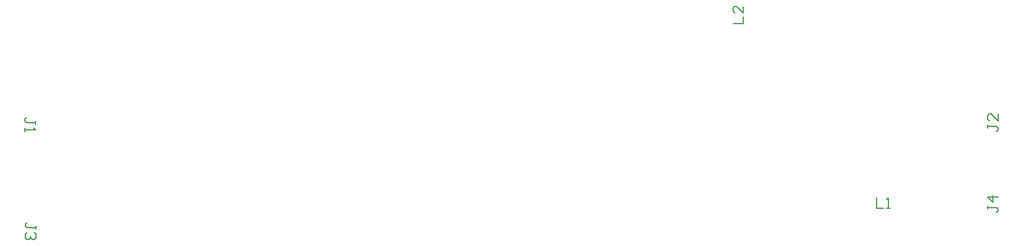
<source format=gbr>
%TF.GenerationSoftware,Altium Limited,Altium Designer,21.6.4 (81)*%
G04 Layer_Color=0*
%FSLAX43Y43*%
%MOMM*%
%TF.SameCoordinates,00D99F87-3ADF-4980-A611-A04F0DE90361*%
%TF.FilePolarity,Positive*%
%TF.FileFunction,Other,Top_Designator*%
%TF.Part,Single*%
G01*
G75*
%TA.AperFunction,NonConductor*%
%ADD101C,0.150*%
D101*
X126959Y27775D02*
Y26275D01*
X127958D01*
X128458D02*
X128958D01*
X128708D01*
Y27775D01*
X128458Y27525D01*
X106375Y52775D02*
X107875D01*
Y53775D01*
Y55275D02*
Y54275D01*
X106875Y55275D01*
X106625D01*
X106375Y55025D01*
Y54525D01*
X106625Y54275D01*
X6377Y23275D02*
Y23775D01*
Y23525D01*
X5127D01*
X4878Y23775D01*
Y24024D01*
X5127Y24274D01*
X6127Y22775D02*
X6377Y22525D01*
Y22025D01*
X6127Y21775D01*
X5877D01*
X5627Y22025D01*
Y22275D01*
Y22025D01*
X5377Y21775D01*
X5127D01*
X4878Y22025D01*
Y22525D01*
X5127Y22775D01*
X142887Y38325D02*
Y37825D01*
Y38075D01*
X144136D01*
X144386Y37825D01*
Y37575D01*
X144136Y37325D01*
X144386Y39825D02*
Y38825D01*
X143386Y39825D01*
X143136D01*
X142887Y39575D01*
Y39075D01*
X143136Y38825D01*
X142887Y26650D02*
Y26150D01*
Y26400D01*
X144136D01*
X144386Y26150D01*
Y25901D01*
X144136Y25651D01*
X144386Y27900D02*
X142887D01*
X143636Y27150D01*
Y28150D01*
X6317Y38325D02*
Y38825D01*
Y38575D01*
X5068D01*
X4818Y38825D01*
Y39075D01*
X5068Y39325D01*
X4818Y37825D02*
Y37325D01*
Y37575D01*
X6317D01*
X6067Y37825D01*
%TF.MD5,7b399c4ef438095ab8a499edc2ab6b76*%
M02*

</source>
